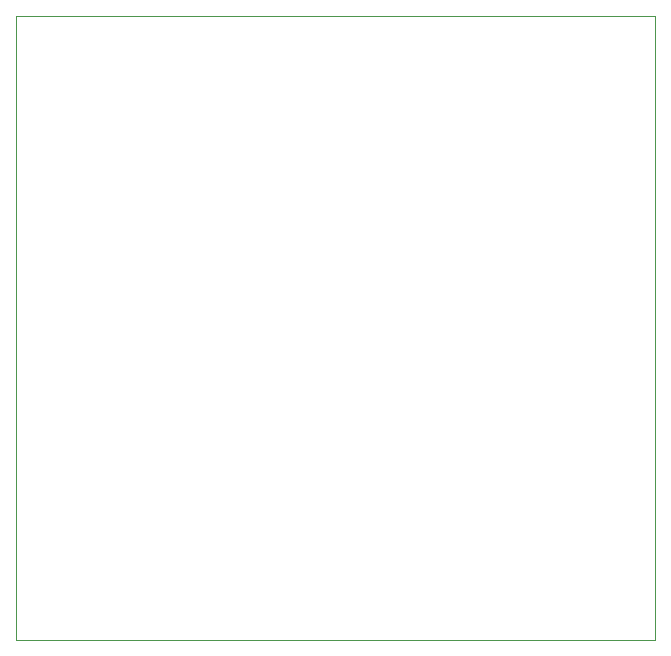
<source format=gbr>
%TF.GenerationSoftware,KiCad,Pcbnew,(5.1.9)-1*%
%TF.CreationDate,2021-03-05T00:07:22+01:00*%
%TF.ProjectId,FIGS,46494753-2e6b-4696-9361-645f70636258,1x*%
%TF.SameCoordinates,Original*%
%TF.FileFunction,Profile,NP*%
%FSLAX46Y46*%
G04 Gerber Fmt 4.6, Leading zero omitted, Abs format (unit mm)*
G04 Created by KiCad (PCBNEW (5.1.9)-1) date 2021-03-05 00:07:22*
%MOMM*%
%LPD*%
G01*
G04 APERTURE LIST*
%TA.AperFunction,Profile*%
%ADD10C,0.050000*%
%TD*%
G04 APERTURE END LIST*
D10*
X34290000Y-77470000D02*
X35052000Y-77470000D01*
X34290000Y-24638000D02*
X35052000Y-24638000D01*
X35052000Y-77470000D02*
X36068000Y-77470000D01*
X35052000Y-24638000D02*
X36068000Y-24638000D01*
X88392000Y-24638000D02*
X36068000Y-24638000D01*
X88392000Y-77470000D02*
X88392000Y-24638000D01*
X36068000Y-77470000D02*
X88392000Y-77470000D01*
X34290000Y-24638000D02*
X34290000Y-77470000D01*
M02*

</source>
